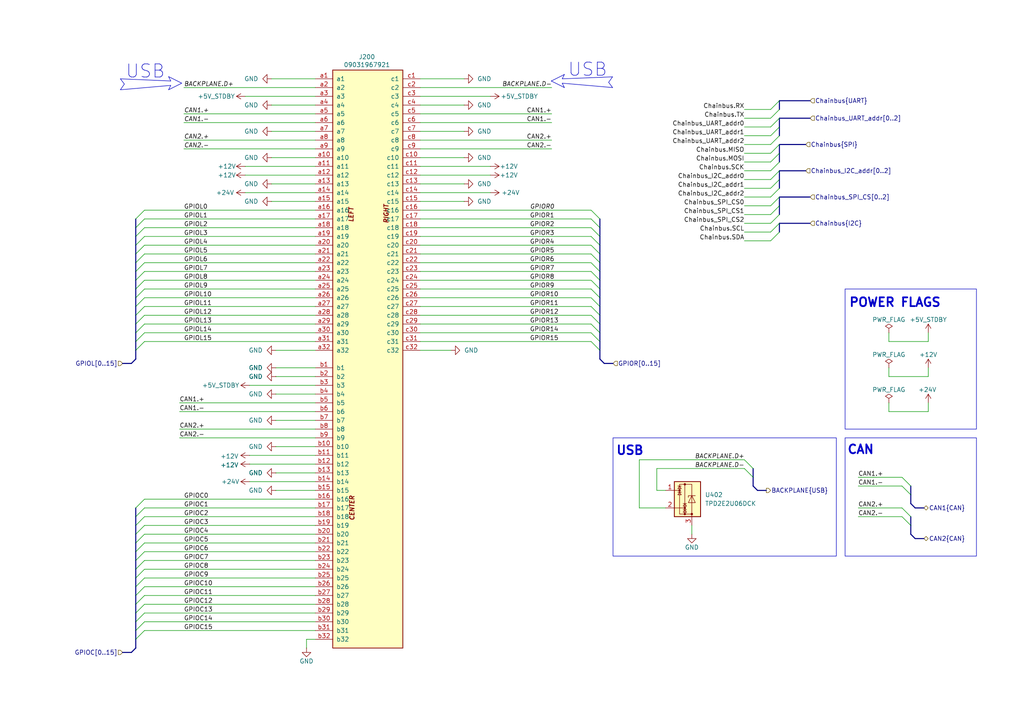
<source format=kicad_sch>
(kicad_sch (version 20250114) (generator "eeschema") (generator_version "9.0")
  (paper "A4")
  (title_block (title "ModuCard BM STM32H562VGT6") (date "2025-04-18") (rev "1.1.1") (company "KoNaR") (comment 1 "Base project authors: Dominik Pluta, Artem Horiunov") (comment 2 "Project author: <author>"))
  (lib_symbols
    (symbol "DIN41612_3x32:09031967921" (pin_names (offset 1.016))
      (property "Reference" "J" (at 0 88.9 0))
      (property "Value" "09031967921" (at 0 86.36 0))
      (symbol "09031967921_0_0"
        (rectangle (start -10.16 83.82) (end 10.16 -83.82) (stroke (width 0.254)) (fill (type background)))
      )
      (symbol "09031967921_1_1"
        (text "LEFT" (at -4.826 41.91 900) (effects (font (size 1.27 1.27) (bold yes) (italic yes))))
        (text "CENTER" (at -4.572 -43.18 900) (effects (font (size 1.27 1.27) (bold yes) (italic yes))))
        (text "RIGHT" (at 5.334 42.164 900) (effects (font (size 1.27 1.27) (bold yes) (italic yes))))
        (pin passive line (at -15.24 81.28 0) (length 5.08) (name "a1") (number "a1"))
        (pin passive line (at -15.24 78.74 0) (length 5.08) (name "a2") (number "a2"))
        (pin passive line (at -15.24 76.2 0) (length 5.08) (name "a3") (number "a3"))
        (pin passive line (at -15.24 73.66 0) (length 5.08) (name "a4") (number "a4"))
        (pin passive line (at -15.24 71.12 0) (length 5.08) (name "a5") (number "a5"))
        (pin passive line (at -15.24 68.58 0) (length 5.08) (name "a6") (number "a6"))
        (pin passive line (at -15.24 66.04 0) (length 5.08) (name "a7") (number "a7"))
        (pin passive line (at -15.24 63.5 0) (length 5.08) (name "a8") (number "a8"))
        (pin passive line (at -15.24 60.96 0) (length 5.08) (name "a9") (number "a9"))
        (pin passive line (at -15.24 58.42 0) (length 5.08) (name "a10") (number "a10"))
        (pin passive line (at -15.24 55.88 0) (length 5.08) (name "a11") (number "a11"))
        (pin passive line (at -15.24 53.34 0) (length 5.08) (name "a12") (number "a12"))
        (pin passive line (at -15.24 50.8 0) (length 5.08) (name "a13") (number "a13"))
        (pin passive line (at -15.24 48.26 0) (length 5.08) (name "a14") (number "a14"))
        (pin passive line (at -15.24 45.72 0) (length 5.08) (name "a15") (number "a15"))
        (pin passive line (at -15.24 43.18 0) (length 5.08) (name "a16") (number "a16"))
        (pin passive line (at -15.24 40.64 0) (length 5.08) (name "a17") (number "a17"))
        (pin passive line (at -15.24 38.1 0) (length 5.08) (name "a18") (number "a18"))
        (pin passive line (at -15.24 35.56 0) (length 5.08) (name "a19") (number "a19"))
        (pin passive line (at -15.24 33.02 0) (length 5.08) (name "a20") (number "a20"))
        (pin passive line (at -15.24 30.48 0) (length 5.08) (name "a21") (number "a21"))
        (pin passive line (at -15.24 27.94 0) (length 5.08) (name "a22") (number "a22"))
        (pin passive line (at -15.24 25.4 0) (length 5.08) (name "a23") (number "a23"))
        (pin passive line (at -15.24 22.86 0) (length 5.08) (name "a24") (number "a24"))
        (pin passive line (at -15.24 20.32 0) (length 5.08) (name "a25") (number "a25"))
        (pin passive line (at -15.24 17.78 0) (length 5.08) (name "a26") (number "a26"))
        (pin passive line (at -15.24 15.24 0) (length 5.08) (name "a27") (number "a27"))
        (pin passive line (at -15.24 12.7 0) (length 5.08) (name "a28") (number "a28"))
        (pin passive line (at -15.24 10.16 0) (length 5.08) (name "a29") (number "a29"))
        (pin passive line (at -15.24 7.62 0) (length 5.08) (name "a30") (number "a30"))
        (pin passive line (at -15.24 5.08 0) (length 5.08) (name "a31") (number "a31"))
        (pin passive line (at -15.24 2.54 0) (length 5.08) (name "a32") (number "a32"))
        (pin passive line (at -15.24 -2.54 0) (length 5.08) (name "b1") (number "b1"))
        (pin passive line (at -15.24 -5.08 0) (length 5.08) (name "b2") (number "b2"))
        (pin passive line (at -15.24 -7.62 0) (length 5.08) (name "b3") (number "b3"))
        (pin passive line (at -15.24 -10.16 0) (length 5.08) (name "b4") (number "b4"))
        (pin passive line (at -15.24 -12.7 0) (length 5.08) (name "b5") (number "b5"))
        (pin passive line (at -15.24 -15.24 0) (length 5.08) (name "b6") (number "b6"))
        (pin passive line (at -15.24 -17.78 0) (length 5.08) (name "b7") (number "b7"))
        (pin passive line (at -15.24 -20.32 0) (length 5.08) (name "b8") (number "b8"))
        (pin passive line (at -15.24 -22.86 0) (length 5.08) (name "b9") (number "b9"))
        (pin passive line (at -15.24 -25.4 0) (length 5.08) (name "b10") (number "b10"))
        (pin passive line (at -15.24 -27.94 0) (length 5.08) (name "b11") (number "b11"))
        (pin passive line (at -15.24 -30.48 0) (length 5.08) (name "b12") (number "b12"))
        (pin passive line (at -15.24 -33.02 0) (length 5.08) (name "b13") (number "b13"))
        (pin passive line (at -15.24 -35.56 0) (length 5.08) (name "b14") (number "b14"))
        (pin passive line (at -15.24 -38.1 0) (length 5.08) (name "b15") (number "b15"))
        (pin passive line (at -15.24 -40.64 0) (length 5.08) (name "b16") (number "b16"))
        (pin passive line (at -15.24 -43.18 0) (length 5.08) (name "b17") (number "b17"))
        (pin passive line (at -15.24 -45.72 0) (length 5.08) (name "b18") (number "b18"))
        (pin passive line (at -15.24 -48.26 0) (length 5.08) (name "b19") (number "b19"))
        (pin passive line (at -15.24 -50.8 0) (length 5.08) (name "b20") (number "b20"))
        (pin passive line (at -15.24 -53.34 0) (length 5.08) (name "b21") (number "b21"))
        (pin passive line (at -15.24 -55.88 0) (length 5.08) (name "b22") (number "b22"))
        (pin passive line (at -15.24 -58.42 0) (length 5.08) (name "b23") (number "b23"))
        (pin passive line (at -15.24 -60.96 0) (length 5.08) (name "b24") (number "b24"))
        (pin passive line (at -15.24 -63.5 0) (length 5.08) (name "b25") (number "b25"))
        (pin passive line (at -15.24 -66.04 0) (length 5.08) (name "b26") (number "b26"))
        (pin passive line (at -15.24 -68.58 0) (length 5.08) (name "b27") (number "b27"))
        (pin passive line (at -15.24 -71.12 0) (length 5.08) (name "b28") (number "b28"))
        (pin passive line (at -15.24 -73.66 0) (length 5.08) (name "b29") (number "b29"))
        (pin passive line (at -15.24 -76.2 0) (length 5.08) (name "b30") (number "b30"))
        (pin passive line (at -15.24 -78.74 0) (length 5.08) (name "b31") (number "b31"))
        (pin passive line (at -15.24 -81.28 0) (length 5.08) (name "b32") (number "b32"))
        (pin passive line (at 15.24 81.28 180) (length 5.08) (name "c1") (number "c1"))
        (pin passive line (at 15.24 78.74 180) (length 5.08) (name "c2") (number "c2"))
        (pin passive line (at 15.24 76.2 180) (length 5.08) (name "c3") (number "c3"))
        (pin passive line (at 15.24 73.66 180) (length 5.08) (name "c4") (number "c4"))
        (pin passive line (at 15.24 71.12 180) (length 5.08) (name "c5") (number "c5"))
        (pin passive line (at 15.24 68.58 180) (length 5.08) (name "c6") (number "c6"))
        (pin passive line (at 15.24 66.04 180) (length 5.08) (name "c7") (number "c7"))
        (pin passive line (at 15.24 63.5 180) (length 5.08) (name "c8") (number "c8"))
        (pin passive line (at 15.24 60.96 180) (length 5.08) (name "c9") (number "c9"))
        (pin passive line (at 15.24 58.42 180) (length 5.08) (name "c10") (number "c10"))
        (pin passive line (at 15.24 55.88 180) (length 5.08) (name "c11") (number "c11"))
        (pin passive line (at 15.24 53.34 180) (length 5.08) (name "c12") (number "c12"))
        (pin passive line (at 15.24 50.8 180) (length 5.08) (name "c13") (number "c13"))
        (pin passive line (at 15.24 48.26 180) (length 5.08) (name "c14") (number "c14"))
        (pin passive line (at 15.24 45.72 180) (length 5.08) (name "c15") (number "c15"))
        (pin passive line (at 15.24 43.18 180) (length 5.08) (name "c16") (number "c16"))
        (pin passive line (at 15.24 40.64 180) (length 5.08) (name "c17") (number "c17"))
        (pin passive line (at 15.24 38.1 180) (length 5.08) (name "c18") (number "c18"))
        (pin passive line (at 15.24 35.56 180) (length 5.08) (name "c19") (number "c19"))
        (pin passive line (at 15.24 33.02 180) (length 5.08) (name "c20") (number "c20"))
        (pin passive line (at 15.24 30.48 180) (length 5.08) (name "c21") (number "c21"))
        (pin passive line (at 15.24 27.94 180) (length 5.08) (name "c22") (number "c22"))
        (pin passive line (at 15.24 25.4 180) (length 5.08) (name "c23") (number "c23"))
        (pin passive line (at 15.24 22.86 180) (length 5.08) (name "c24") (number "c24"))
        (pin passive line (at 15.24 20.32 180) (length 5.08) (name "c25") (number "c25"))
        (pin passive line (at 15.24 17.78 180) (length 5.08) (name "c26") (number "c26"))
        (pin passive line (at 15.24 15.24 180) (length 5.08) (name "c27") (number "c27"))
        (pin passive line (at 15.24 12.7 180) (length 5.08) (name "c28") (number "c28"))
        (pin passive line (at 15.24 10.16 180) (length 5.08) (name "c29") (number "c29"))
        (pin passive line (at 15.24 7.62 180) (length 5.08) (name "c30") (number "c30"))
        (pin passive line (at 15.24 5.08 180) (length 5.08) (name "c31") (number "c31"))
        (pin passive line (at 15.24 2.54 180) (length 5.08) (name "c32") (number "c32"))
      )
    )
    (symbol "Power_Protection:TPD2E2U06DCK"
      (property "Reference" "U" (at -3.81 6.35 0))
      (property "Value" "TPD2E2U06DCK" (at 0.508 -6.35 0))
      (symbol "TPD2E2U06DCK_0_1"
        (rectangle (start -5.08 5.08) (end 2.54 -5.08) (stroke (width 0.254)) (fill (type background)))
        (rectangle (start -3.556 4.318) (end 0 -4.318))
        (polyline (pts (xy -3.556 3.81) (xy -4.064 3.048) (xy -3.048 3.048) (xy -3.556 3.81)))
        (circle (center -3.556 2.54) (radius 0.254) (fill (type outline)))
        (polyline (pts (xy -3.556 2.54) (xy -5.08 2.54)))
        (polyline (pts (xy -3.556 2.032) (xy -4.064 1.27) (xy -3.048 1.27) (xy -3.556 2.032)))
        (polyline (pts (xy -3.048 3.81) (xy -4.064 3.81)))
        (polyline (pts (xy -3.048 2.032) (xy -4.064 2.032)))
        (circle (center -2.032 4.318) (radius 0.254) (fill (type outline)))
        (polyline (pts (xy -2.032 -1.27) (xy -2.54 -2.032) (xy -1.524 -2.032) (xy -2.032 -1.27)))
        (circle (center -2.032 -2.54) (radius 0.254) (fill (type outline)))
        (polyline (pts (xy -2.032 -2.54) (xy -5.08 -2.54)))
        (polyline (pts (xy -2.032 -3.048) (xy -2.54 -3.81) (xy -1.524 -3.81) (xy -2.032 -3.048)))
        (circle (center -2.032 -4.318) (radius 0.254) (fill (type outline)))
        (polyline (pts (xy -2.032 -4.318) (xy -2.032 4.318)))
        (polyline (pts (xy -1.524 -1.27) (xy -2.54 -1.27)))
        (polyline (pts (xy -1.524 -3.048) (xy -2.54 -3.048)))
        (polyline (pts (xy 0 1.016) (xy 1.016 -1.016) (xy -1.016 -1.016) (xy 0 1.016)))
        (polyline (pts (xy 0 -4.318) (xy 0 -5.08)))
        (circle (center 0 -4.318) (radius 0.254) (fill (type outline)))
        (polyline (pts (xy 1.016 1.016) (xy -1.016 1.016) (xy -1.016 0.508)))
      )
      (symbol "TPD2E2U06DCK_1_1"
        (pin passive line (at -7.62 2.54 0) (length 2.54) (name "~") (number "1"))
        (pin passive line (at -7.62 -2.54 0) (length 2.54) (name "~") (number "2"))
        (pin passive line (at 0 -7.62 90) (length 2.54) (name "~") (number "3"))
      )
    )
    (symbol "power:+12V" (power) (pin_numbers (hide yes)) (pin_names (offset 0) (hide yes))
      (property "Value" "+12V" (at 0 3.556 0))
      (symbol "+12V_0_1"
        (polyline (pts (xy -0.762 1.27) (xy 0 2.54)))
        (polyline (pts (xy 0 2.54) (xy 0.762 1.27)))
        (polyline (pts (xy 0 0) (xy 0 2.54)))
      )
      (symbol "+12V_1_1"
        (pin power_in line (at 0 0 90) (length 0) (name "~") (number "1"))
      )
    )
    (symbol "power:+5V" (power) (pin_numbers (hide yes)) (pin_names (offset 0) (hide yes))
      (property "Value" "+5V" (at 0 3.556 0))
      (symbol "+5V_0_1"
        (polyline (pts (xy -0.762 1.27) (xy 0 2.54)))
        (polyline (pts (xy 0 2.54) (xy 0.762 1.27)))
        (polyline (pts (xy 0 0) (xy 0 2.54)))
      )
      (symbol "+5V_1_1"
        (pin power_in line (at 0 0 90) (length 0) (name "~") (number "1"))
      )
    )
    (symbol "power:GND" (power) (pin_numbers (hide yes)) (pin_names (offset 0) (hide yes))
      (property "Value" "GND" (at 0 -3.81 0))
      (symbol "GND_0_1"
        (polyline (pts (xy 0 0) (xy 0 -1.27) (xy 1.27 -1.27) (xy 0 -2.54) (xy -1.27 -1.27) (xy 0 -1.27)))
      )
      (symbol "GND_1_1"
        (pin power_in line (at 0 0 270) (length 0) (name "~") (number "1"))
      )
    )
    (symbol "power:PWR_FLAG" (power) (pin_numbers (hide yes)) (pin_names (offset 0) (hide yes))
      (property "Value" "PWR_FLAG" (at 0 3.81 0))
      (symbol "PWR_FLAG_0_0"
        (pin power_out line (at 0 0 90) (length 0) (name "~") (number "1"))
      )
      (symbol "PWR_FLAG_0_1"
        (polyline (pts (xy 0 0) (xy 0 1.27) (xy -1.016 1.905) (xy 0 2.54) (xy 1.016 1.905) (xy 0 1.27)))
      )
    )
  )
  (rectangle (start 245.11 83.82) (end 283.21 124.46))
  (rectangle (start 245.11 127) (end 283.21 161.29))
  (rectangle (start 177.8 127) (end 242.57 161.29))
  (text "USB\n" (at 170.434 20.32 0) (effects (font (size 3.81 3.81))))
  (text "CAN" (at 245.618 130.556 0) (effects (font (size 2.54 2.54) (thickness 0.508) (bold yes)) (justify left)))
  (text "USB\n" (at 42.164 20.828 0) (effects (font (size 3.81 3.81))))
  (text "POWER FLAGS" (at 246.126 87.884 0) (effects (font (size 2.54 2.54) (thickness 0.508) (bold yes)) (justify left)))
  (text "USB" (at 178.562 130.81 0) (effects (font (size 2.54 2.54) (thickness 0.508) (bold yes)) (justify left)))
  (bus_entry (at 215.9 133.35) (size 2.54 2.54))
  (bus_entry (at 226.06 41.91) (size -2.54 2.54))
  (bus_entry (at 226.06 54.61) (size -2.54 2.54))
  (bus_entry (at 171.45 76.2) (size 2.54 2.54))
  (bus_entry (at 223.52 67.31) (size 2.54 -2.54))
  (bus_entry (at 41.91 147.32) (size -2.54 2.54))
  (bus_entry (at 41.91 177.8) (size -2.54 2.54))
  (bus_entry (at 171.45 93.98) (size 2.54 2.54))
  (bus_entry (at 226.06 59.69) (size -2.54 2.54))
  (bus_entry (at 264.16 140.97) (size -2.54 -2.54))
  (bus_entry (at 171.45 63.5) (size 2.54 2.54))
  (bus_entry (at 41.91 152.4) (size -2.54 2.54))
  (bus_entry (at 226.06 31.75) (size -2.54 2.54))
  (bus_entry (at 226.06 29.21) (size -2.54 2.54))
  (bus_entry (at 41.91 165.1) (size -2.54 2.54))
  (bus_entry (at 41.91 170.18) (size -2.54 2.54))
  (bus_entry (at 171.45 86.36) (size 2.54 2.54))
  (bus_entry (at 41.91 91.44) (size -2.54 2.54))
  (bus_entry (at 171.45 91.44) (size 2.54 2.54))
  (bus_entry (at 41.91 81.28) (size -2.54 2.54))
  (bus_entry (at 41.91 182.88) (size -2.54 2.54))
  (bus_entry (at 41.91 66.04) (size -2.54 2.54))
  (bus_entry (at 41.91 180.34) (size -2.54 2.54))
  (bus_entry (at 41.91 149.86) (size -2.54 2.54))
  (bus_entry (at 41.91 73.66) (size -2.54 2.54))
  (bus_entry (at 41.91 60.96) (size -2.54 2.54))
  (bus_entry (at 41.91 160.02) (size -2.54 2.54))
  (bus_entry (at 171.45 66.04) (size 2.54 2.54))
  (bus_entry (at 41.91 175.26) (size -2.54 2.54))
  (bus_entry (at 215.9 135.89) (size 2.54 2.54))
  (bus_entry (at 41.91 154.94) (size -2.54 2.54))
  (bus_entry (at 226.06 34.29) (size -2.54 2.54))
  (bus_entry (at 171.45 60.96) (size 2.54 2.54))
  (bus_entry (at 226.06 46.99) (size -2.54 2.54))
  (bus_entry (at 41.91 83.82) (size -2.54 2.54))
  (bus_entry (at 171.45 88.9) (size 2.54 2.54))
  (bus_entry (at 41.91 68.58) (size -2.54 2.54))
  (bus_entry (at 41.91 167.64) (size -2.54 2.54))
  (bus_entry (at 171.45 83.82) (size 2.54 2.54))
  (bus_entry (at 171.45 78.74) (size 2.54 2.54))
  (bus_entry (at 226.06 36.83) (size -2.54 2.54))
  (bus_entry (at 41.91 157.48) (size -2.54 2.54))
  (bus_entry (at 41.91 144.78) (size -2.54 2.54))
  (bus_entry (at 41.91 71.12) (size -2.54 2.54))
  (bus_entry (at 264.16 152.4) (size -2.54 -2.54))
  (bus_entry (at 264.16 149.86) (size -2.54 -2.54))
  (bus_entry (at 223.52 69.85) (size 2.54 -2.54))
  (bus_entry (at 226.06 39.37) (size -2.54 2.54))
  (bus_entry (at 41.91 86.36) (size -2.54 2.54))
  (bus_entry (at 41.91 162.56) (size -2.54 2.54))
  (bus_entry (at 226.06 44.45) (size -2.54 2.54))
  (bus_entry (at 226.06 52.07) (size -2.54 2.54))
  (bus_entry (at 41.91 78.74) (size -2.54 2.54))
  (bus_entry (at 171.45 73.66) (size 2.54 2.54))
  (bus_entry (at 171.45 71.12) (size 2.54 2.54))
  (bus_entry (at 226.06 57.15) (size -2.54 2.54))
  (bus_entry (at 171.45 81.28) (size 2.54 2.54))
  (bus_entry (at 41.91 172.72) (size -2.54 2.54))
  (bus_entry (at 41.91 63.5) (size -2.54 2.54))
  (bus_entry (at 171.45 99.06) (size 2.54 2.54))
  (bus_entry (at 264.16 143.51) (size -2.54 -2.54))
  (bus_entry (at 41.91 96.52) (size -2.54 2.54))
  (bus_entry (at 41.91 93.98) (size -2.54 2.54))
  (bus_entry (at 41.91 88.9) (size -2.54 2.54))
  (bus_entry (at 226.06 49.53) (size -2.54 2.54))
  (bus_entry (at 171.45 68.58) (size 2.54 2.54))
  (bus_entry (at 226.06 62.23) (size -2.54 2.54))
  (bus_entry (at 41.91 99.06) (size -2.54 2.54))
  (bus_entry (at 41.91 76.2) (size -2.54 2.54))
  (bus_entry (at 171.45 96.52) (size 2.54 2.54))
  (wire (pts (xy 121.92 50.8) (xy 142.24 50.8)))
  (bus (pts (xy 226.06 49.53) (xy 226.06 52.07)))
  (bus (pts (xy 39.37 73.66) (xy 39.37 76.2)))
  (wire (pts (xy 91.44 165.1) (xy 41.91 165.1)))
  (bus (pts (xy 264.16 143.51) (xy 264.16 140.97)))
  (polyline (pts (xy 34.925 22.86) (xy 49.53 23.495)))
  (bus (pts (xy 39.37 154.94) (xy 39.37 157.48)))
  (wire (pts (xy 91.44 78.74) (xy 41.91 78.74)))
  (wire (pts (xy 130.81 101.6) (xy 121.92 101.6)))
  (bus (pts (xy 39.37 162.56) (xy 39.37 165.1)))
  (wire (pts (xy 171.45 83.82) (xy 121.92 83.82)))
  (wire (pts (xy 257.81 109.22) (xy 269.24 109.22)))
  (wire (pts (xy 261.62 149.86) (xy 248.92 149.86)))
  (bus (pts (xy 39.37 96.52) (xy 39.37 99.06)))
  (bus (pts (xy 234.95 57.15) (xy 226.06 57.15)))
  (wire (pts (xy 121.92 63.5) (xy 171.45 63.5)))
  (polyline (pts (xy 159.893 23.495) (xy 163.703 25.4)))
  (bus (pts (xy 39.37 68.58) (xy 39.37 71.12)))
  (wire (pts (xy 257.81 116.84) (xy 257.81 119.38)))
  (wire (pts (xy 91.44 152.4) (xy 41.91 152.4)))
  (wire (pts (xy 53.34 33.02) (xy 91.44 33.02)))
  (bus (pts (xy 218.44 140.97) (xy 218.44 138.43)))
  (bus (pts (xy 173.99 83.82) (xy 173.99 86.36)))
  (wire (pts (xy 91.44 167.64) (xy 41.91 167.64)))
  (wire (pts (xy 71.12 50.8) (xy 91.44 50.8)))
  (bus (pts (xy 175.26 105.41) (xy 177.8 105.41)))
  (wire (pts (xy 52.07 127) (xy 91.44 127)))
  (bus (pts (xy 264.16 146.05) (xy 264.16 143.51)))
  (wire (pts (xy 121.92 40.64) (xy 160.02 40.64)))
  (bus (pts (xy 39.37 175.26) (xy 39.37 177.8)))
  (wire (pts (xy 261.62 147.32) (xy 248.92 147.32)))
  (wire (pts (xy 193.04 147.32) (xy 185.42 147.32)))
  (wire (pts (xy 91.44 182.88) (xy 41.91 182.88)))
  (wire (pts (xy 91.44 99.06) (xy 41.91 99.06)))
  (wire (pts (xy 78.74 53.34) (xy 91.44 53.34)))
  (bus (pts (xy 264.16 154.94) (xy 265.43 156.21)))
  (wire (pts (xy 78.74 30.48) (xy 91.44 30.48)))
  (polyline (pts (xy 163.068 24.13) (xy 177.673 25.4)))
  (bus (pts (xy 226.06 41.91) (xy 226.06 44.45)))
  (wire (pts (xy 91.44 68.58) (xy 41.91 68.58)))
  (bus (pts (xy 39.37 177.8) (xy 39.37 180.34)))
  (bus (pts (xy 39.37 81.28) (xy 39.37 83.82)))
  (wire (pts (xy 91.44 76.2) (xy 41.91 76.2)))
  (wire (pts (xy 215.9 41.91) (xy 223.52 41.91)))
  (wire (pts (xy 80.01 129.54) (xy 91.44 129.54)))
  (wire (pts (xy 215.9 62.23) (xy 223.52 62.23)))
  (polyline (pts (xy 176.53 23.876) (xy 177.6563 22.2837)))
  (wire (pts (xy 171.45 88.9) (xy 121.92 88.9)))
  (bus (pts (xy 173.99 88.9) (xy 173.99 91.44)))
  (bus (pts (xy 38.1 189.23) (xy 39.37 187.96)))
  (bus (pts (xy 226.06 36.83) (xy 226.06 39.37)))
  (bus (pts (xy 233.68 49.53) (xy 226.06 49.53)))
  (bus (pts (xy 173.99 66.04) (xy 173.99 68.58)))
  (wire (pts (xy 185.42 133.35) (xy 185.42 147.32)))
  (bus (pts (xy 264.16 154.94) (xy 264.16 152.4)))
  (bus (pts (xy 173.99 96.52) (xy 173.99 99.06)))
  (polyline (pts (xy 48.895 22.225) (xy 52.705 24.13)))
  (bus (pts (xy 233.68 41.91) (xy 226.06 41.91)))
  (polyline (pts (xy 36.068 24.384) (xy 34.925 22.86)))
  (wire (pts (xy 72.39 134.62) (xy 91.44 134.62)))
  (wire (pts (xy 269.24 106.68) (xy 269.24 109.22)))
  (wire (pts (xy 41.91 60.96) (xy 91.44 60.96)))
  (bus (pts (xy 175.26 105.41) (xy 173.99 104.14)))
  (wire (pts (xy 171.45 86.36) (xy 121.92 86.36)))
  (wire (pts (xy 171.45 93.98) (xy 121.92 93.98)))
  (wire (pts (xy 41.91 147.32) (xy 91.44 147.32)))
  (wire (pts (xy 53.34 25.4) (xy 91.44 25.4)))
  (wire (pts (xy 121.92 35.56) (xy 160.02 35.56)))
  (wire (pts (xy 121.92 66.04) (xy 171.45 66.04)))
  (wire (pts (xy 53.34 43.18) (xy 91.44 43.18)))
  (bus (pts (xy 39.37 170.18) (xy 39.37 172.72)))
  (wire (pts (xy 261.62 138.43) (xy 248.92 138.43)))
  (bus (pts (xy 39.37 86.36) (xy 39.37 88.9)))
  (wire (pts (xy 91.44 162.56) (xy 41.91 162.56)))
  (wire (pts (xy 91.44 86.36) (xy 41.91 86.36)))
  (wire (pts (xy 91.44 91.44) (xy 41.91 91.44)))
  (bus (pts (xy 39.37 152.4) (xy 39.37 154.94)))
  (wire (pts (xy 91.44 93.98) (xy 41.91 93.98)))
  (bus (pts (xy 38.1 105.41) (xy 39.37 104.14)))
  (wire (pts (xy 52.07 119.38) (xy 91.44 119.38)))
  (bus (pts (xy 265.43 147.32) (xy 267.97 147.32)))
  (wire (pts (xy 121.92 58.42) (xy 134.62 58.42)))
  (polyline (pts (xy 49.53 23.495) (xy 48.895 22.225)))
  (wire (pts (xy 80.01 114.3) (xy 91.44 114.3)))
  (wire (pts (xy 80.01 109.22) (xy 91.44 109.22)))
  (bus (pts (xy 39.37 185.42) (xy 39.37 187.96)))
  (bus (pts (xy 173.99 71.12) (xy 173.99 73.66)))
  (wire (pts (xy 215.9 59.69) (xy 223.52 59.69)))
  (bus (pts (xy 39.37 78.74) (xy 39.37 81.28)))
  (wire (pts (xy 71.12 55.88) (xy 91.44 55.88)))
  (wire (pts (xy 121.92 43.18) (xy 160.02 43.18)))
  (bus (pts (xy 218.44 140.97) (xy 219.71 142.24)))
  (bus (pts (xy 173.99 101.6) (xy 173.99 104.14)))
  (bus (pts (xy 39.37 99.06) (xy 39.37 101.6)))
  (wire (pts (xy 171.45 73.66) (xy 121.92 73.66)))
  (wire (pts (xy 121.92 38.1) (xy 134.62 38.1)))
  (polyline (pts (xy 34.925 26.035) (xy 36.068 24.384)))
  (bus (pts (xy 39.37 165.1) (xy 39.37 167.64)))
  (wire (pts (xy 91.44 154.94) (xy 41.91 154.94)))
  (bus (pts (xy 39.37 83.82) (xy 39.37 86.36)))
  (bus (pts (xy 234.95 34.29) (xy 226.06 34.29)))
  (wire (pts (xy 80.01 137.16) (xy 91.44 137.16)))
  (wire (pts (xy 91.44 170.18) (xy 41.91 170.18)))
  (wire (pts (xy 171.45 78.74) (xy 121.92 78.74)))
  (wire (pts (xy 121.92 30.48) (xy 134.62 30.48)))
  (wire (pts (xy 91.44 83.82) (xy 41.91 83.82)))
  (wire (pts (xy 215.9 31.75) (xy 223.52 31.75)))
  (wire (pts (xy 171.45 99.06) (xy 121.92 99.06)))
  (wire (pts (xy 91.44 180.34) (xy 41.91 180.34)))
  (wire (pts (xy 88.9 185.42) (xy 88.9 187.96)))
  (wire (pts (xy 190.5 135.89) (xy 215.9 135.89)))
  (bus (pts (xy 39.37 180.34) (xy 39.37 182.88)))
  (wire (pts (xy 200.66 152.4) (xy 200.66 154.94)))
  (wire (pts (xy 78.74 22.86) (xy 91.44 22.86)))
  (bus (pts (xy 264.16 146.05) (xy 265.43 147.32)))
  (wire (pts (xy 142.24 48.26) (xy 121.92 48.26)))
  (bus (pts (xy 226.06 52.07) (xy 226.06 54.61)))
  (bus (pts (xy 39.37 182.88) (xy 39.37 185.42)))
  (polyline (pts (xy 52.705 24.13) (xy 48.895 26.035)))
  (wire (pts (xy 91.44 88.9) (xy 41.91 88.9)))
  (bus (pts (xy 264.16 152.4) (xy 264.16 149.86)))
  (wire (pts (xy 257.81 106.68) (xy 257.81 109.22)))
  (bus (pts (xy 39.37 157.48) (xy 39.37 160.02)))
  (bus (pts (xy 173.99 99.06) (xy 173.99 101.6)))
  (wire (pts (xy 215.9 34.29) (xy 223.52 34.29)))
  (wire (pts (xy 41.91 149.86) (xy 91.44 149.86)))
  (wire (pts (xy 72.39 139.7) (xy 91.44 139.7)))
  (wire (pts (xy 91.44 96.52) (xy 41.91 96.52)))
  (wire (pts (xy 269.24 116.84) (xy 269.24 119.38)))
  (bus (pts (xy 39.37 76.2) (xy 39.37 78.74)))
  (bus (pts (xy 173.99 93.98) (xy 173.99 96.52)))
  (wire (pts (xy 190.5 135.89) (xy 190.5 142.24)))
  (wire (pts (xy 215.9 64.77) (xy 223.52 64.77)))
  (wire (pts (xy 171.45 71.12) (xy 121.92 71.12)))
  (bus (pts (xy 226.06 34.29) (xy 226.06 36.83)))
  (wire (pts (xy 185.42 133.35) (xy 215.9 133.35)))
  (bus (pts (xy 173.99 86.36) (xy 173.99 88.9)))
  (wire (pts (xy 257.81 99.06) (xy 269.24 99.06)))
  (wire (pts (xy 80.01 101.6) (xy 91.44 101.6)))
  (bus (pts (xy 173.99 68.58) (xy 173.99 71.12)))
  (wire (pts (xy 91.44 81.28) (xy 41.91 81.28)))
  (wire (pts (xy 121.92 55.88) (xy 142.24 55.88)))
  (wire (pts (xy 171.45 68.58) (xy 121.92 68.58)))
  (bus (pts (xy 39.37 149.86) (xy 39.37 152.4)))
  (bus (pts (xy 234.95 29.21) (xy 226.06 29.21)))
  (wire (pts (xy 215.9 67.31) (xy 223.52 67.31)))
  (wire (pts (xy 134.62 45.72) (xy 121.92 45.72)))
  (bus (pts (xy 226.06 44.45) (xy 226.06 46.99)))
  (wire (pts (xy 215.9 52.07) (xy 223.52 52.07)))
  (bus (pts (xy 39.37 63.5) (xy 39.37 66.04)))
  (bus (pts (xy 226.06 64.77) (xy 226.06 67.31)))
  (wire (pts (xy 257.81 119.38) (xy 269.24 119.38)))
  (wire (pts (xy 171.45 81.28) (xy 121.92 81.28)))
  (bus (pts (xy 218.44 135.89) (xy 218.44 138.43)))
  (wire (pts (xy 52.07 116.84) (xy 91.44 116.84)))
  (wire (pts (xy 215.9 36.83) (xy 223.52 36.83)))
  (bus (pts (xy 234.95 64.77) (xy 226.06 64.77)))
  (wire (pts (xy 121.92 25.4) (xy 160.02 25.4)))
  (wire (pts (xy 215.9 46.99) (xy 223.52 46.99)))
  (wire (pts (xy 261.62 140.97) (xy 248.92 140.97)))
  (wire (pts (xy 257.81 96.52) (xy 257.81 99.06)))
  (wire (pts (xy 80.01 106.68) (xy 91.44 106.68)))
  (polyline (pts (xy 163.068 22.86) (xy 163.703 21.59)))
  (wire (pts (xy 215.9 39.37) (xy 223.52 39.37)))
  (wire (pts (xy 91.44 160.02) (xy 41.91 160.02)))
  (polyline (pts (xy 177.673 25.4) (xy 176.53 23.876)))
  (wire (pts (xy 190.5 142.24) (xy 193.04 142.24)))
  (wire (pts (xy 53.34 35.56) (xy 91.44 35.56)))
  (wire (pts (xy 121.92 60.96) (xy 171.45 60.96)))
  (wire (pts (xy 215.9 57.15) (xy 223.52 57.15)))
  (bus (pts (xy 39.37 172.72) (xy 39.37 175.26)))
  (bus (pts (xy 226.06 59.69) (xy 226.06 62.23)))
  (wire (pts (xy 215.9 44.45) (xy 223.52 44.45)))
  (wire (pts (xy 215.9 54.61) (xy 223.52 54.61)))
  (bus (pts (xy 39.37 71.12) (xy 39.37 73.66)))
  (wire (pts (xy 91.44 157.48) (xy 41.91 157.48)))
  (bus (pts (xy 173.99 78.74) (xy 173.99 81.28)))
  (wire (pts (xy 71.12 48.26) (xy 91.44 48.26)))
  (bus (pts (xy 39.37 93.98) (xy 39.37 96.52)))
  (wire (pts (xy 41.91 66.04) (xy 91.44 66.04)))
  (polyline (pts (xy 49.53 24.765) (xy 34.925 26.035)))
  (bus (pts (xy 173.99 91.44) (xy 173.99 93.98)))
  (wire (pts (xy 91.44 172.72) (xy 41.91 172.72)))
  (polyline (pts (xy 48.895 26.035) (xy 49.53 24.765)))
  (wire (pts (xy 80.01 121.92) (xy 91.44 121.92)))
  (bus (pts (xy 38.1 105.41) (xy 35.56 105.41)))
  (polyline (pts (xy 163.703 25.4) (xy 163.068 24.13)))
  (wire (pts (xy 71.12 27.94) (xy 91.44 27.94)))
  (wire (pts (xy 52.07 124.46) (xy 91.44 124.46)))
  (wire (pts (xy 72.39 132.08) (xy 91.44 132.08)))
  (wire (pts (xy 78.74 58.42) (xy 91.44 58.42)))
  (bus (pts (xy 39.37 147.32) (xy 39.37 149.86)))
  (wire (pts (xy 121.92 33.02) (xy 160.02 33.02)))
  (wire (pts (xy 41.91 144.78) (xy 91.44 144.78)))
  (wire (pts (xy 171.45 76.2) (xy 121.92 76.2)))
  (wire (pts (xy 171.45 96.52) (xy 121.92 96.52)))
  (bus (pts (xy 39.37 101.6) (xy 39.37 104.14)))
  (bus (pts (xy 265.43 156.21) (xy 267.97 156.21)))
  (wire (pts (xy 121.92 22.86) (xy 134.62 22.86)))
  (bus (pts (xy 219.71 142.24) (xy 222.25 142.24)))
  (bus (pts (xy 39.37 167.64) (xy 39.37 170.18)))
  (wire (pts (xy 171.45 91.44) (xy 121.92 91.44)))
  (polyline (pts (xy 163.703 21.59) (xy 159.893 23.495)))
  (wire (pts (xy 91.44 177.8) (xy 41.91 177.8)))
  (wire (pts (xy 78.74 45.72) (xy 91.44 45.72)))
  (wire (pts (xy 88.9 185.42) (xy 91.44 185.42)))
  (wire (pts (xy 91.44 71.12) (xy 41.91 71.12)))
  (wire (pts (xy 41.91 63.5) (xy 91.44 63.5)))
  (wire (pts (xy 91.44 73.66) (xy 41.91 73.66)))
  (wire (pts (xy 269.24 96.52) (xy 269.24 99.06)))
  (bus (pts (xy 173.99 73.66) (xy 173.99 76.2)))
  (bus (pts (xy 39.37 160.02) (xy 39.37 162.56)))
  (bus (pts (xy 39.37 88.9) (xy 39.37 91.44)))
  (wire (pts (xy 215.9 49.53) (xy 223.52 49.53)))
  (bus (pts (xy 38.1 189.23) (xy 35.56 189.23)))
  (polyline (pts (xy 177.6563 22.2837) (xy 163.068 22.86)))
  (bus (pts (xy 173.99 63.5) (xy 173.99 66.04)))
  (bus (pts (xy 39.37 91.44) (xy 39.37 93.98)))
  (wire (pts (xy 53.34 40.64) (xy 91.44 40.64)))
  (wire (pts (xy 121.92 53.34) (xy 134.62 53.34)))
  (bus (pts (xy 226.06 57.15) (xy 226.06 59.69)))
  (wire (pts (xy 80.01 142.24) (xy 91.44 142.24)))
  (bus (pts (xy 173.99 76.2) (xy 173.99 78.74)))
  (wire (pts (xy 215.9 69.85) (xy 223.52 69.85)))
  (bus (pts (xy 226.06 29.21) (xy 226.06 31.75)))
  (wire (pts (xy 78.74 38.1) (xy 91.44 38.1)))
  (wire (pts (xy 72.39 111.76) (xy 91.44 111.76)))
  (wire (pts (xy 121.92 27.94) (xy 142.24 27.94)))
  (wire (pts (xy 91.44 175.26) (xy 41.91 175.26)))
  (bus (pts (xy 39.37 66.04) (xy 39.37 68.58)))
  (bus (pts (xy 173.99 81.28) (xy 173.99 83.82)))
  (label "GPIOL3" (at 53.34 68.58 0))
  (label "GPIOR3" (at 153.67 68.58 0))
  (label "GPIOL4" (at 53.34 71.12 0))
  (label "Chainbus.RX" (at 215.9 31.75 180))
  (label "BACKPLANE.D-" (at 215.9 135.89 180) (effects (font (italic yes))))
  (label "Chainbus_I2C_addr1" (at 215.9 54.61 180))
  (label "GPIOR11" (at 153.67 88.9 0))
  (label "Chainbus_UART_addr1" (at 215.9 39.37 180))
  (label "CAN2.-" (at 52.07 127 0))
  (label "GPIOL15" (at 53.34 99.06 0))
  (label "GPIOR8" (at 153.67 81.28 0))
  (label "CAN1.+" (at 248.92 138.43 0))
  (label "GPIOL2" (at 53.34 66.04 0))
  (label "Chainbus.SDA" (at 215.9 69.85 180))
  (label "GPIOC10" (at 53.34 170.18 0))
  (label "CAN2.+" (at 248.92 147.32 0))
  (label "GPIOR13" (at 153.67 93.98 0))
  (label "GPIOL14" (at 53.34 96.52 0))
  (label "GPIOC6" (at 53.34 160.02 0))
  (label "GPIOR9" (at 153.67 83.82 0))
  (label "GPIOR2" (at 153.67 66.04 0))
  (label "BACKPLANE.D+" (at 53.34 25.4 0) (effects (font (italic yes))))
  (label "GPIOR6" (at 153.67 76.2 0))
  (label "GPIOL9" (at 53.34 83.82 0))
  (label "GPIOC14" (at 53.34 180.34 0))
  (label "CAN1.-" (at 248.92 140.97 0))
  (label "CAN2.-" (at 53.34 43.18 0) (effects (font (italic yes))))
  (label "GPIOL5" (at 53.34 73.66 0))
  (label "GPIOC3" (at 53.34 152.4 0))
  (label "GPIOC1" (at 53.34 147.32 0))
  (label "GPIOC15" (at 53.34 182.88 0))
  (label "GPIOC2" (at 53.34 149.86 0))
  (label "Chainbus_I2C_addr2" (at 215.9 57.15 180))
  (label "Chainbus.MOSI" (at 215.9 46.99 180))
  (label "GPIOR0" (at 153.67 60.96 0) (effects (font (italic yes))))
  (label "CAN1.-" (at 52.07 119.38 0))
  (label "Chainbus.TX" (at 215.9 34.29 180))
  (label "GPIOL10" (at 53.34 86.36 0))
  (label "GPIOR10" (at 153.67 86.36 0))
  (label "GPIOC13" (at 53.34 177.8 0))
  (label "GPIOL13" (at 53.34 93.98 0))
  (label "GPIOL7" (at 53.34 78.74 0))
  (label "GPIOC8" (at 53.34 165.1 0))
  (label "GPIOC0" (at 53.34 144.78 0))
  (label "CAN1.+" (at 160.02 33.02 180))
  (label "GPIOL12" (at 53.34 91.44 0))
  (label "CAN2.+" (at 52.07 124.46 0))
  (label "Chainbus_SPI_CS0" (at 215.9 59.69 180))
  (label "GPIOR15" (at 153.67 99.06 0))
  (label "Chainbus.MISO" (at 215.9 44.45 180))
  (label "GPIOR4" (at 153.67 71.12 0))
  (label "CAN2.-" (at 248.92 149.86 0))
  (label "GPIOC11" (at 53.34 172.72 0))
  (label "GPIOL8" (at 53.34 81.28 0))
  (label "GPIOL6" (at 53.34 76.2 0))
  (label "CAN1.+" (at 52.07 116.84 0))
  (label "CAN2.+" (at 160.02 40.64 180))
  (label "GPIOC12" (at 53.34 175.26 0))
  (label "Chainbus.SCK" (at 215.9 49.53 180))
  (label "GPIOC4" (at 53.34 154.94 0))
  (label "GPIOR5" (at 153.67 73.66 0))
  (label "Chainbus_UART_addr0" (at 215.9 36.83 180))
  (label "BACKPLANE.D+" (at 215.9 133.35 180) (effects (font (italic yes))))
  (label "GPIOC5" (at 53.34 157.48 0))
  (label "GPIOC7" (at 53.34 162.56 0))
  (label "GPIOR12" (at 153.67 91.44 0))
  (label "CAN1.+" (at 53.34 33.02 0) (effects (font (italic yes))))
  (label "BACKPLANE.D-" (at 160.02 25.4 180) (effects (font (italic yes))))
  (label "GPIOR7" (at 153.67 78.74 0))
  (label "CAN1.-" (at 53.34 35.56 0) (effects (font (italic yes))))
  (label "Chainbus_SPI_CS2" (at 215.9 64.77 180))
  (label "GPIOL1" (at 53.34 63.5 0))
  (label "CAN1.-" (at 160.02 35.56 180))
  (label "CAN2.+" (at 53.34 40.64 0) (effects (font (italic yes))))
  (label "Chainbus_I2C_addr0" (at 215.9 52.07 180))
  (label "Chainbus_SPI_CS1" (at 215.9 62.23 180))
  (label "GPIOL11" (at 53.34 88.9 0))
  (label "GPIOC9" (at 53.34 167.64 0))
  (label "GPIOR14" (at 153.67 96.52 0))
  (label "GPIOR1" (at 153.67 63.5 0))
  (label "CAN2.-" (at 160.02 43.18 180))
  (label "Chainbus_UART_addr2" (at 215.9 41.91 180))
  (label "Chainbus.SCL" (at 215.9 67.31 180))
  (label "GPIOL0" (at 53.34 60.96 0))
  (hierarchical_label "CAN2{CAN}" (shape bidirectional) (at 267.97 156.21 0))
  (hierarchical_label "Chainbus{UART}" (shape input) (at 234.95 29.21 0))
  (hierarchical_label "Chainbus{SPI}" (shape input) (at 233.68 41.91 0))
  (hierarchical_label "Chainbus_UART_addr[0..2]" (shape input) (at 234.95 34.29 0))
  (hierarchical_label "GPIOC[0..15]" (shape input) (at 35.56 189.23 180))
  (hierarchical_label "Chainbus_I2C_addr[0..2]" (shape input) (at 233.68 49.53 0))
  (hierarchical_label "GPIOR[0..15]" (shape input) (at 177.8 105.41 0))
  (hierarchical_label "BACKPLANE{USB}" (shape output) (at 222.25 142.24 0))
  (hierarchical_label "Chainbus{I2C}" (shape input) (at 234.95 64.77 0))
  (hierarchical_label "Chainbus_SPI_CS[0..2]" (shape input) (at 234.95 57.15 0))
  (hierarchical_label "CAN1{CAN}" (shape bidirectional) (at 267.97 147.32 0))
  (hierarchical_label "GPIOL[0..15]" (shape input) (at 35.56 105.41 180))
  (symbol (lib_id "power:GND") (at 80.01 114.3 270) (unit 1)
    (property "Reference" "#PWR0410" (effects (hide yes)))
    (property "Value" "GND" (at 76.2 114.2999 90) (effects (justify right)))
    (property "Description" "Power symbol creates a global label with name \"GND\" , ground" (effects (hide yes)))
  )
  (symbol (lib_id "power:GND") (at 80.01 121.92 270) (unit 1)
    (property "Reference" "#PWR0411" (effects (hide yes)))
    (property "Value" "GND" (at 76.2 121.9199 90) (effects (justify right)))
    (property "Description" "Power symbol creates a global label with name \"GND\" , ground" (effects (hide yes)))
  )
  (symbol (lib_id "power:GND") (at 80.01 101.6 270) (unit 1)
    (property "Reference" "#PWR0407" (effects (hide yes)))
    (property "Value" "GND" (at 76.2 101.5999 90) (effects (justify right)))
    (property "Description" "Power symbol creates a global label with name \"GND\" , ground" (effects (hide yes)))
  )
  (symbol (lib_id "power:+12V") (at 72.39 132.08 90) (unit 1)
    (property "Reference" "#PWR205" (effects (hide yes)))
    (property "Value" "+12V" (at 66.548 132.334 90))
    (property "Description" "Power symbol creates a global label with name \"+12V\"" (effects (hide yes)))
  )
  (symbol (lib_id "power:+12V") (at 142.24 48.26 270) (mirror x) (unit 1)
    (property "Reference" "#PWR231" (effects (hide yes)))
    (property "Value" "+12V" (at 147.574 48.26 90))
    (property "Description" "Power symbol creates a global label with name \"+12V\"" (effects (hide yes)))
  )
  (symbol (lib_id "power:+5V") (at 142.24 27.94 270) (mirror x) (unit 1)
    (property "Reference" "#PWR230" (effects (hide yes)))
    (property "Value" "+5V_STDBY" (at 150.622 27.94 90))
    (property "Description" "Power symbol creates a global label with name \"+5V\"" (effects (hide yes)))
  )
  (symbol (lib_id "power:GND") (at 78.74 53.34 270) (unit 1)
    (property "Reference" "#PWR0468" (effects (hide yes)))
    (property "Value" "GND" (at 74.93 53.3399 90) (effects (justify right)))
    (property "Description" "Power symbol creates a global label with name \"GND\" , ground" (effects (hide yes)))
  )
  (symbol (lib_id "power:+12V") (at 72.39 134.62 90) (unit 1)
    (property "Reference" "#PWR206" (effects (hide yes)))
    (property "Value" "+12V" (at 66.548 134.874 90))
    (property "Description" "Power symbol creates a global label with name \"+12V\"" (effects (hide yes)))
  )
  (symbol (lib_id "power:+12V") (at 269.24 106.68 0) (mirror y) (unit 1)
    (property "Reference" "#PWR907" (effects (hide yes)))
    (property "Value" "+12V" (at 269.24 102.87 0))
    (property "Description" "Power symbol creates a global label with name \"+12V\"" (effects (hide yes)))
  )
  (symbol (lib_id "power:GND") (at 80.01 129.54 270) (unit 1)
    (property "Reference" "#PWR0416" (effects (hide yes)))
    (property "Value" "GND" (at 76.2 129.5399 90) (effects (justify right)))
    (property "Description" "Power symbol creates a global label with name \"GND\" , ground" (effects (hide yes)))
  )
  (symbol (lib_id "power:GND") (at 134.62 45.72 90) (unit 1)
    (property "Reference" "#PWR0465" (effects (hide yes)))
    (property "Value" "GND" (at 138.43 45.7199 90) (effects (justify right)))
    (property "Description" "Power symbol creates a global label with name \"GND\" , ground" (effects (hide yes)))
  )
  (symbol (lib_id "power:GND") (at 80.01 142.24 270) (unit 1)
    (property "Reference" "#PWR0418" (effects (hide yes)))
    (property "Value" "GND" (at 76.2 142.2399 90) (effects (justify right)))
    (property "Description" "Power symbol creates a global label with name \"GND\" , ground" (effects (hide yes)))
  )
  (symbol (lib_id "power:+12V") (at 72.39 139.7 90) (unit 1)
    (property "Reference" "#PWR207" (effects (hide yes)))
    (property "Value" "+24V" (at 66.802 139.7 90))
    (property "Description" "Power symbol creates a global label with name \"+12V\"" (effects (hide yes)))
  )
  (symbol (lib_id "power:PWR_FLAG") (at 257.81 116.84 0) (unit 1)
    (property "Reference" "#FLG904" (effects (hide yes)))
    (property "Value" "PWR_FLAG" (at 257.81 113.03 0))
    (property "Description" "Special symbol for telling ERC where power comes from" (effects (hide yes)))
  )
  (symbol (lib_id "power:+12V") (at 142.24 50.8 270) (mirror x) (unit 1)
    (property "Reference" "#PWR232" (effects (hide yes)))
    (property "Value" "+12V" (at 147.574 50.8 90))
    (property "Description" "Power symbol creates a global label with name \"+12V\"" (effects (hide yes)))
  )
  (symbol (lib_id "power:GND") (at 134.62 38.1 90) (unit 1)
    (property "Reference" "#PWR0444" (effects (hide yes)))
    (property "Value" "GND" (at 138.43 38.0999 90) (effects (justify right)))
    (property "Description" "Power symbol creates a global label with name \"GND\" , ground" (effects (hide yes)))
  )
  (symbol (lib_id "power:+12V") (at 142.24 55.88 270) (mirror x) (unit 1)
    (property "Reference" "#PWR233" (effects (hide yes)))
    (property "Value" "+24V" (at 148.082 55.88 90))
    (property "Description" "Power symbol creates a global label with name \"+12V\"" (effects (hide yes)))
  )
  (symbol (lib_id "power:GND") (at 80.01 109.22 270) (unit 1)
    (property "Reference" "#PWR0409" (effects (hide yes)))
    (property "Value" "GND" (at 76.2 109.2199 90) (effects (justify right)))
    (property "Description" "Power symbol creates a global label with name \"GND\" , ground" (effects (hide yes)))
  )
  (symbol (lib_id "power:GND") (at 78.74 45.72 270) (unit 1)
    (property "Reference" "#PWR0406" (effects (hide yes)))
    (property "Value" "GND" (at 74.93 45.7199 90) (effects (justify right)))
    (property "Description" "Power symbol creates a global label with name \"GND\" , ground" (effects (hide yes)))
  )
  (symbol (lib_id "power:GND") (at 78.74 22.86 270) (unit 1)
    (property "Reference" "#PWR0403" (effects (hide yes)))
    (property "Value" "GND" (at 74.93 22.8599 90) (effects (justify right)))
    (property "Description" "Power symbol creates a global label with name \"GND\" , ground" (effects (hide yes)))
  )
  (symbol (lib_id "power:GND") (at 80.01 137.16 270) (unit 1)
    (property "Reference" "#PWR0417" (effects (hide yes)))
    (property "Value" "GND" (at 76.2 137.1599 90) (effects (justify right)))
    (property "Description" "Power symbol creates a global label with name \"GND\" , ground" (effects (hide yes)))
  )
  (symbol (lib_id "power:GND") (at 88.9 187.96 0) (unit 1)
    (property "Reference" "#PWR222" (effects (hide yes)))
    (property "Value" "GND" (at 88.9 191.77 0))
    (property "Description" "Power symbol creates a global label with name \"GND\" , ground" (effects (hide yes)))
  )
  (symbol (lib_id "power:GND") (at 78.74 38.1 270) (unit 1)
    (property "Reference" "#PWR0405" (effects (hide yes)))
    (property "Value" "GND" (at 74.93 38.0999 90) (effects (justify right)))
    (property "Description" "Power symbol creates a global label with name \"GND\" , ground" (effects (hide yes)))
  )
  (symbol (lib_id "power:GND") (at 130.81 101.6 90) (unit 1)
    (property "Reference" "#PWR0422" (effects (hide yes)))
    (property "Value" "GND" (at 134.62 101.5999 90) (effects (justify right)))
    (property "Description" "Power symbol creates a global label with name \"GND\" , ground" (effects (hide yes)))
  )
  (symbol (lib_id "power:+12V") (at 269.24 116.84 0) (mirror y) (unit 1)
    (property "Reference" "#PWR908" (effects (hide yes)))
    (property "Value" "+24V" (at 268.986 113.03 0))
    (property "Description" "Power symbol creates a global label with name \"+12V\"" (effects (hide yes)))
  )
  (symbol (lib_id "power:+5V") (at 269.24 96.52 0) (mirror y) (unit 1)
    (property "Reference" "#PWR906" (effects (hide yes)))
    (property "Value" "+5V_STDBY" (at 269.24 92.71 0))
    (property "Description" "Power symbol creates a global label with name \"+5V\"" (effects (hide yes)))
  )
  (symbol (lib_id "power:+5V") (at 71.12 27.94 90) (mirror x) (unit 1)
    (property "Reference" "#PWR200" (effects (hide yes)))
    (property "Value" "+5V_STDBY" (at 62.738 27.94 90))
    (property "Description" "Power symbol creates a global label with name \"+5V\"" (effects (hide yes)))
  )
  (symbol (lib_id "power:GND") (at 134.62 30.48 90) (unit 1)
    (property "Reference" "#PWR0437" (effects (hide yes)))
    (property "Value" "GND" (at 138.43 30.4799 90) (effects (justify right)))
    (property "Description" "Power symbol creates a global label with name \"GND\" , ground" (effects (hide yes)))
  )
  (symbol (lib_id "DIN41612_3x32:09031967921") (at 106.68 104.14 0) (unit 1)
    (property "Reference" "J200" (at 106.426 16.51 0))
    (property "Value" "09031967921" (at 106.426 18.796 0))
    (property "Footprint" "Connector_DIN:DIN41612_R_3x32_Female_Horizontal_THT" (effects (hide yes)))
    (property "MF" "Harting" (effects (hide yes)))
    (property "MAXIMUM_PACKAGE_HEIGHT" "11 mm" (effects (hide yes)))
    (property "Package" "None" (effects (hide yes)))
    (property "Price" "None" (effects (hide yes)))
    (property "Check_prices" "https://www.snapeda.com/parts/0903-196-7921/Harting/view-part/?ref=eda" (effects (hide yes)))
    (property "STANDARD" "Manufacturer recommendations" (effects (hide yes)))
    (property "PARTREV" "D" (effects (hide yes)))
    (property "SnapEDA_Link" "https://www.snapeda.com/parts/0903-196-7921/Harting/view-part/?ref=snap" (effects (hide yes)))
    (property "MP" "0903-196-7921" (effects (hide yes)))
    (property "Description_1" "\n                        \n                            CONNECTOR, DIN 41612, PLUG, THT, RA, 96P; Product Range: Type C Series; No. of Contacts: 96Contacts; Gender: Plug; Pitch Spacing: 2.54mm; No. of Rows: 3 Row; Rows Loaded: a + b + c; Contact Plating: Gold Plated Contacts; Contact Material: Brass; No. of Mating Cycles: 50; SVHC: No SVHC (15-Jan-2018); Contact Resistance: 15mohm; Contact Termination: Through Hole Right Angle; Contact Termination Type: Through Hole; Current Rating: 2A; Flammability Rating: UL94V-0; Insulation Resistance: 1000000Mohm; Insulator Material: PET (Polyester); Lead Spacing: 2.54mm; No. of Rows: 3Rows; Operating Temperature Max: 125°C; Operating Temperature Min: -65°C; Termination Method: Solder; Working Voltage: 250V\n                        \n" (effects (hide yes)))
    (property "Availability" "In Stock" (effects (hide yes)))
    (property "MANUFACTURER" "HARTING" (effects (hide yes)))
  )
  (symbol (lib_id "power:GND") (at 134.62 22.86 90) (unit 1)
    (property "Reference" "#PWR0423" (effects (hide yes)))
    (property "Value" "GND" (at 138.43 22.8599 90) (effects (justify right)))
    (property "Description" "Power symbol creates a global label with name \"GND\" , ground" (effects (hide yes)))
  )
  (symbol (lib_id "power:+5V") (at 72.39 111.76 90) (mirror x) (unit 1)
    (property "Reference" "#PWR204" (effects (hide yes)))
    (property "Value" "+5V_STDBY" (at 64.008 111.76 90))
    (property "Description" "Power symbol creates a global label with name \"+5V\"" (effects (hide yes)))
  )
  (symbol (lib_id "power:+12V") (at 71.12 50.8 90) (unit 1)
    (property "Reference" "#PWR202" (effects (hide yes)))
    (property "Value" "+12V" (at 65.786 50.8 90))
    (property "Description" "Power symbol creates a global label with name \"+12V\"" (effects (hide yes)))
  )
  (symbol (lib_id "Power_Protection:TPD2E2U06DCK") (at 200.66 144.78 0) (unit 1)
    (property "Reference" "U402" (at 204.47 143.5099 0) (effects (justify left)))
    (property "Value" "TPD2E2U06DCK" (at 204.47 146.0499 0) (effects (justify left)))
    (property "Footprint" "Package_TO_SOT_SMD:SOT-323_SC-70" (effects (hide yes)))
    (property "Datasheet" "http://www.ti.com/lit/ds/symlink/tpd2e2u06.pdf" (effects (hide yes)))
    (property "Description" "Dual-Channel High-Speed ESD Protection, SC-70" (effects (hide yes)))
  )
  (symbol (lib_id "power:PWR_FLAG") (at 257.81 106.68 0) (unit 1)
    (property "Reference" "#FLG903" (effects (hide yes)))
    (property "Value" "PWR_FLAG" (at 257.81 102.87 0))
    (property "Description" "Special symbol for telling ERC where power comes from" (effects (hide yes)))
  )
  (symbol (lib_id "power:+12V") (at 71.12 55.88 90) (mirror x) (unit 1)
    (property "Reference" "#PWR203" (effects (hide yes)))
    (property "Value" "+24V" (at 65.278 55.88 90))
    (property "Description" "Power symbol creates a global label with name \"+12V\"" (effects (hide yes)))
  )
  (symbol (lib_id "power:GND") (at 78.74 58.42 270) (unit 1)
    (property "Reference" "#PWR0469" (effects (hide yes)))
    (property "Value" "GND" (at 74.93 58.4199 90) (effects (justify right)))
    (property "Description" "Power symbol creates a global label with name \"GND\" , ground" (effects (hide yes)))
  )
  (symbol (lib_id "power:PWR_FLAG") (at 257.81 96.52 0) (unit 1)
    (property "Reference" "#FLG902" (effects (hide yes)))
    (property "Value" "PWR_FLAG" (at 257.81 92.71 0))
    (property "Description" "Special symbol for telling ERC where power comes from" (effects (hide yes)))
  )
  (symbol (lib_id "power:GND") (at 134.62 53.34 90) (unit 1)
    (property "Reference" "#PWR0466" (effects (hide yes)))
    (property "Value" "GND" (at 138.43 53.3399 90) (effects (justify right)))
    (property "Description" "Power symbol creates a global label with name \"GND\" , ground" (effects (hide yes)))
  )
  (symbol (lib_id "power:GND") (at 200.66 154.94 0) (unit 1)
    (property "Reference" "#PWR235" (effects (hide yes)))
    (property "Value" "GND" (at 200.66 158.75 0))
    (property "Description" "Power symbol creates a global label with name \"GND\" , ground" (effects (hide yes)))
  )
  (symbol (lib_id "power:GND") (at 78.74 30.48 270) (unit 1)
    (property "Reference" "#PWR0404" (effects (hide yes)))
    (property "Value" "GND" (at 74.93 30.4799 90) (effects (justify right)))
    (property "Description" "Power symbol creates a global label with name \"GND\" , ground" (effects (hide yes)))
  )
  (symbol (lib_id "power:+12V") (at 71.12 48.26 90) (unit 1)
    (property "Reference" "#PWR201" (effects (hide yes)))
    (property "Value" "+12V" (at 65.786 48.26 90))
    (property "Description" "Power symbol creates a global label with name \"+12V\"" (effects (hide yes)))
  )
  (symbol (lib_id "power:GND") (at 134.62 58.42 90) (unit 1)
    (property "Reference" "#PWR0467" (effects (hide yes)))
    (property "Value" "GND" (at 138.43 58.4199 90) (effects (justify right)))
    (property "Description" "Power symbol creates a global label with name \"GND\" , ground" (effects (hide yes)))
  )
  (symbol (lib_id "power:GND") (at 80.01 106.68 270) (unit 1)
    (property "Reference" "#PWR0408" (effects (hide yes)))
    (property "Value" "GND" (at 76.2 106.6799 90) (effects (justify right)))
    (property "Description" "Power symbol creates a global label with name \"GND\" , ground" (effects (hide yes)))
  )
)
</source>
